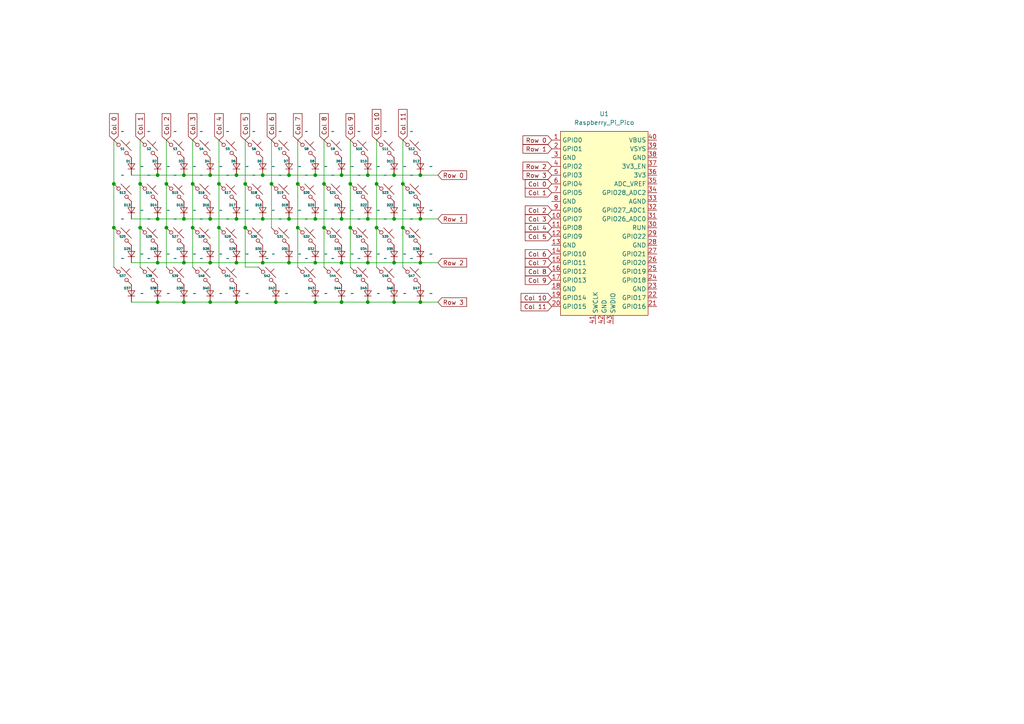
<source format=kicad_sch>
(kicad_sch (version 20250114) (generator "eeschema") (generator_version "9.0")
  (paper "A4")
  (lib_symbols
    (symbol "ScottoKeebs:MCU_Raspberry_Pi_Pico"
      (property "Reference" "U" (at 0 0 0))
      (property "Value" "Raspberry_Pi_Pico" (at 0 27.94 0))
      (symbol "MCU_Raspberry_Pi_Pico_0_1"
        (rectangle (start -12.7 26.67) (end 12.7 -26.67) (fill (type background)))
      )
      (symbol "MCU_Raspberry_Pi_Pico_1_1"
        (pin bidirectional line (at -15.24 24.13 0) (length 2.54) (name "GPIO0") (number "1"))
        (pin bidirectional line (at -15.24 21.59 0) (length 2.54) (name "GPIO1") (number "2"))
        (pin power_in line (at -15.24 19.05 0) (length 2.54) (name "GND") (number "3"))
        (pin bidirectional line (at -15.24 16.51 0) (length 2.54) (name "GPIO2") (number "4"))
        (pin bidirectional line (at -15.24 13.97 0) (length 2.54) (name "GPIO3") (number "5"))
        (pin bidirectional line (at -15.24 11.43 0) (length 2.54) (name "GPIO4") (number "6"))
        (pin bidirectional line (at -15.24 8.89 0) (length 2.54) (name "GPIO5") (number "7"))
        (pin power_in line (at -15.24 6.35 0) (length 2.54) (name "GND") (number "8"))
        (pin bidirectional line (at -15.24 3.81 0) (length 2.54) (name "GPIO6") (number "9"))
        (pin bidirectional line (at -15.24 1.27 0) (length 2.54) (name "GPIO7") (number "10"))
        (pin bidirectional line (at -15.24 -1.27 0) (length 2.54) (name "GPIO8") (number "11"))
        (pin bidirectional line (at -15.24 -3.81 0) (length 2.54) (name "GPIO9") (number "12"))
        (pin power_in line (at -15.24 -6.35 0) (length 2.54) (name "GND") (number "13"))
        (pin bidirectional line (at -15.24 -8.89 0) (length 2.54) (name "GPIO10") (number "14"))
        (pin bidirectional line (at -15.24 -11.43 0) (length 2.54) (name "GPIO11") (number "15"))
        (pin bidirectional line (at -15.24 -13.97 0) (length 2.54) (name "GPIO12") (number "16"))
        (pin bidirectional line (at -15.24 -16.51 0) (length 2.54) (name "GPIO13") (number "17"))
        (pin power_in line (at -15.24 -19.05 0) (length 2.54) (name "GND") (number "18"))
        (pin bidirectional line (at -15.24 -21.59 0) (length 2.54) (name "GPIO14") (number "19"))
        (pin bidirectional line (at -15.24 -24.13 0) (length 2.54) (name "GPIO15") (number "20"))
        (pin input line (at -2.54 -29.21 90) (length 2.54) (name "SWCLK") (number "41"))
        (pin power_in line (at 0 -29.21 90) (length 2.54) (name "GND") (number "42"))
        (pin bidirectional line (at 2.54 -29.21 90) (length 2.54) (name "SWDIO") (number "43"))
        (pin power_in line (at 15.24 24.13 180) (length 2.54) (name "VBUS") (number "40"))
        (pin power_in line (at 15.24 21.59 180) (length 2.54) (name "VSYS") (number "39"))
        (pin bidirectional line (at 15.24 19.05 180) (length 2.54) (name "GND") (number "38"))
        (pin input line (at 15.24 16.51 180) (length 2.54) (name "3V3_EN") (number "37"))
        (pin power_in line (at 15.24 13.97 180) (length 2.54) (name "3V3") (number "36"))
        (pin power_in line (at 15.24 11.43 180) (length 2.54) (name "ADC_VREF") (number "35"))
        (pin bidirectional line (at 15.24 8.89 180) (length 2.54) (name "GPIO28_ADC2") (number "34"))
        (pin power_in line (at 15.24 6.35 180) (length 2.54) (name "AGND") (number "33"))
        (pin bidirectional line (at 15.24 3.81 180) (length 2.54) (name "GPIO27_ADC1") (number "32"))
        (pin bidirectional line (at 15.24 1.27 180) (length 2.54) (name "GPIO26_ADC0") (number "31"))
        (pin input line (at 15.24 -1.27 180) (length 2.54) (name "RUN") (number "30"))
        (pin bidirectional line (at 15.24 -3.81 180) (length 2.54) (name "GPIO22") (number "29"))
        (pin power_in line (at 15.24 -6.35 180) (length 2.54) (name "GND") (number "28"))
        (pin bidirectional line (at 15.24 -8.89 180) (length 2.54) (name "GPIO21") (number "27"))
        (pin bidirectional line (at 15.24 -11.43 180) (length 2.54) (name "GPIO20") (number "26"))
        (pin bidirectional line (at 15.24 -13.97 180) (length 2.54) (name "GPIO19") (number "25"))
        (pin bidirectional line (at 15.24 -16.51 180) (length 2.54) (name "GPIO18") (number "24"))
        (pin power_in line (at 15.24 -19.05 180) (length 2.54) (name "GND") (number "23"))
        (pin bidirectional line (at 15.24 -21.59 180) (length 2.54) (name "GPIO17") (number "22"))
        (pin bidirectional line (at 15.24 -24.13 180) (length 2.54) (name "GPIO16") (number "21"))
      )
    )
    (symbol "ScottoKeebs:Placeholder_Diode" (pin_numbers (hide yes)) (pin_names (hide yes))
      (property "Reference" "D" (at -0.15 1.066 0))
      (symbol "Placeholder_Diode_0_1"
        (polyline (pts (xy 0 -0.762) (xy 0 0.762)))
      )
      (symbol "Placeholder_Diode_1_1"
        (polyline (pts (xy 1.016 0.762) (xy 0 -0.762) (xy -1.016 0.762) (xy 1.016 0.762)) (stroke (width 0.1524)))
        (polyline (pts (xy 1.016 -0.762) (xy -1.016 -0.762)) (stroke (width 0.1524)))
        (pin passive line (at 0 2.54 270) (length 1.778) (name "A") (number "2"))
        (pin passive line (at 0 -2.54 90) (length 1.778) (name "K") (number "1"))
      )
    )
    (symbol "ScottoKeebs:Placeholder_Keyswitch" (pin_numbers (hide yes)) (pin_names (offset 1.016) (hide yes))
      (property "Reference" "S" (at 0 0 0))
      (symbol "Placeholder_Keyswitch_0_1"
        (polyline (pts (xy -2.54 2.54) (xy -1.524 1.524) (xy -1.524 1.524)))
        (circle (center -1.1684 1.1684) (radius 0.508))
        (polyline (pts (xy -0.508 2.54) (xy 2.54 -0.508)))
        (polyline (pts (xy 1.016 1.016) (xy 2.032 2.032)))
        (circle (center 1.143 -1.1938) (radius 0.508))
        (polyline (pts (xy 1.524 -1.524) (xy 2.54 -2.54) (xy 2.54 -2.54) (xy 2.54 -2.54)))
        (pin passive line (at -2.54 2.54 0) (length 0) (name "1") (number "1"))
        (pin passive line (at 2.54 -2.54 180) (length 0) (name "2") (number "2"))
      )
    )
  )
  (junction (at 114.3 50.8))
  (junction (at 48.26 53.34))
  (junction (at 63.5 53.34))
  (junction (at 114.3 63.5))
  (junction (at 45.72 87.63))
  (junction (at 106.68 50.8))
  (junction (at 78.74 53.34))
  (junction (at 68.58 50.8))
  (junction (at 45.72 63.5))
  (junction (at 114.3 87.63))
  (junction (at 53.34 87.63))
  (junction (at 121.92 50.8))
  (junction (at 53.34 76.2))
  (junction (at 53.34 63.5))
  (junction (at 99.06 50.8))
  (junction (at 93.98 66.04))
  (junction (at 48.26 66.04))
  (junction (at 55.88 66.04))
  (junction (at 121.92 87.63))
  (junction (at 109.22 66.04))
  (junction (at 91.44 87.63))
  (junction (at 101.6 66.04))
  (junction (at 106.68 87.63))
  (junction (at 101.6 53.34))
  (junction (at 53.34 50.8))
  (junction (at 40.64 53.34))
  (junction (at 91.44 63.5))
  (junction (at 106.68 63.5))
  (junction (at 33.02 66.04))
  (junction (at 76.2 76.2))
  (junction (at 63.5 66.04))
  (junction (at 91.44 50.8))
  (junction (at 83.82 50.8))
  (junction (at 99.06 87.63))
  (junction (at 71.12 53.34))
  (junction (at 93.98 53.34))
  (junction (at 68.58 63.5))
  (junction (at 80.01 87.63))
  (junction (at 76.2 50.8))
  (junction (at 109.22 53.34))
  (junction (at 121.92 63.5))
  (junction (at 40.64 66.04))
  (junction (at 83.82 63.5))
  (junction (at 86.36 53.34))
  (junction (at 106.68 76.2))
  (junction (at 76.2 63.5))
  (junction (at 71.12 66.04))
  (junction (at 45.72 50.8))
  (junction (at 68.58 87.63))
  (junction (at 45.72 76.2))
  (junction (at 86.36 66.04))
  (junction (at 60.96 63.5))
  (junction (at 99.06 63.5))
  (junction (at 55.88 53.34))
  (junction (at 60.96 87.63))
  (junction (at 83.82 76.2))
  (junction (at 60.96 76.2))
  (junction (at 33.02 53.34))
  (junction (at 114.3 76.2))
  (junction (at 91.44 76.2))
  (junction (at 60.96 50.8))
  (junction (at 116.84 66.04))
  (junction (at 68.58 76.2))
  (junction (at 116.84 53.34))
  (junction (at 121.92 76.2))
  (junction (at 99.06 76.2))
  (wire (pts (xy 78.74 53.34) (xy 78.74 66.04)))
  (wire (pts (xy 99.06 76.2) (xy 106.68 76.2)))
  (wire (pts (xy 114.3 87.63) (xy 121.92 87.63)))
  (wire (pts (xy 86.36 53.34) (xy 86.36 66.04)))
  (wire (pts (xy 106.68 63.5) (xy 114.3 63.5)))
  (wire (pts (xy 86.36 40.64) (xy 86.36 53.34)))
  (wire (pts (xy 53.34 50.8) (xy 60.96 50.8)))
  (wire (pts (xy 93.98 66.04) (xy 93.98 77.47)))
  (wire (pts (xy 93.98 53.34) (xy 93.98 66.04)))
  (wire (pts (xy 53.34 87.63) (xy 60.96 87.63)))
  (wire (pts (xy 127 63.5) (xy 121.92 63.5)))
  (wire (pts (xy 71.12 53.34) (xy 71.12 66.04)))
  (wire (pts (xy 86.36 66.04) (xy 86.36 77.47)))
  (wire (pts (xy 106.68 76.2) (xy 114.3 76.2)))
  (wire (pts (xy 55.88 53.34) (xy 55.88 66.04)))
  (wire (pts (xy 63.5 66.04) (xy 63.5 77.47)))
  (wire (pts (xy 127 87.63) (xy 121.92 87.63)))
  (wire (pts (xy 76.2 63.5) (xy 83.82 63.5)))
  (wire (pts (xy 45.72 76.2) (xy 53.34 76.2)))
  (wire (pts (xy 71.12 40.64) (xy 71.12 53.34)))
  (wire (pts (xy 40.64 66.04) (xy 40.64 77.47)))
  (wire (pts (xy 48.26 53.34) (xy 48.26 66.04)))
  (wire (pts (xy 80.01 87.63) (xy 91.44 87.63)))
  (wire (pts (xy 91.44 63.5) (xy 99.06 63.5)))
  (wire (pts (xy 45.72 50.8) (xy 53.34 50.8)))
  (wire (pts (xy 109.22 66.04) (xy 109.22 77.47)))
  (wire (pts (xy 116.84 66.04) (xy 116.84 77.47)))
  (wire (pts (xy 68.58 63.5) (xy 76.2 63.5)))
  (wire (pts (xy 55.88 66.04) (xy 55.88 77.47)))
  (wire (pts (xy 53.34 76.2) (xy 60.96 76.2)))
  (wire (pts (xy 91.44 87.63) (xy 99.06 87.63)))
  (wire (pts (xy 106.68 87.63) (xy 114.3 87.63)))
  (wire (pts (xy 60.96 63.5) (xy 68.58 63.5)))
  (wire (pts (xy 33.02 40.64) (xy 33.02 53.34)))
  (wire (pts (xy 33.02 66.04) (xy 33.02 77.47)))
  (wire (pts (xy 78.74 40.64) (xy 78.74 53.34)))
  (wire (pts (xy 114.3 50.8) (xy 121.92 50.8)))
  (wire (pts (xy 116.84 53.34) (xy 116.84 66.04)))
  (wire (pts (xy 99.06 63.5) (xy 106.68 63.5)))
  (wire (pts (xy 48.26 66.04) (xy 48.26 77.47)))
  (wire (pts (xy 101.6 40.64) (xy 101.6 53.34)))
  (wire (pts (xy 40.64 40.64) (xy 40.64 53.34)))
  (wire (pts (xy 40.64 53.34) (xy 40.64 66.04)))
  (wire (pts (xy 116.84 40.64) (xy 116.84 53.34)))
  (wire (pts (xy 121.92 76.2) (xy 127 76.2)))
  (wire (pts (xy 38.1 87.63) (xy 45.72 87.63)))
  (wire (pts (xy 55.88 40.64) (xy 55.88 53.34)))
  (wire (pts (xy 38.1 63.5) (xy 45.72 63.5)))
  (wire (pts (xy 68.58 50.8) (xy 76.2 50.8)))
  (wire (pts (xy 91.44 76.2) (xy 99.06 76.2)))
  (wire (pts (xy 63.5 53.34) (xy 63.5 66.04)))
  (wire (pts (xy 83.82 63.5) (xy 91.44 63.5)))
  (wire (pts (xy 83.82 76.2) (xy 91.44 76.2)))
  (wire (pts (xy 60.96 50.8) (xy 68.58 50.8)))
  (wire (pts (xy 68.58 76.2) (xy 76.2 76.2)))
  (wire (pts (xy 45.72 87.63) (xy 53.34 87.63)))
  (wire (pts (xy 114.3 63.5) (xy 121.92 63.5)))
  (wire (pts (xy 38.1 76.2) (xy 45.72 76.2)))
  (wire (pts (xy 71.12 66.04) (xy 71.12 77.47)))
  (wire (pts (xy 91.44 50.8) (xy 99.06 50.8)))
  (wire (pts (xy 45.72 63.5) (xy 53.34 63.5)))
  (wire (pts (xy 68.58 87.63) (xy 80.01 87.63)))
  (wire (pts (xy 71.12 77.47) (xy 74.93 77.47)))
  (wire (pts (xy 114.3 76.2) (xy 121.92 76.2)))
  (wire (pts (xy 60.96 87.63) (xy 68.58 87.63)))
  (wire (pts (xy 76.2 50.8) (xy 83.82 50.8)))
  (wire (pts (xy 109.22 40.64) (xy 109.22 53.34)))
  (wire (pts (xy 38.1 50.8) (xy 45.72 50.8)))
  (wire (pts (xy 63.5 40.64) (xy 63.5 53.34)))
  (wire (pts (xy 83.82 50.8) (xy 91.44 50.8)))
  (wire (pts (xy 93.98 40.64) (xy 93.98 53.34)))
  (wire (pts (xy 99.06 50.8) (xy 106.68 50.8)))
  (wire (pts (xy 53.34 63.5) (xy 60.96 63.5)))
  (wire (pts (xy 60.96 76.2) (xy 68.58 76.2)))
  (wire (pts (xy 101.6 66.04) (xy 101.6 77.47)))
  (wire (pts (xy 48.26 40.64) (xy 48.26 53.34)))
  (wire (pts (xy 101.6 53.34) (xy 101.6 66.04)))
  (wire (pts (xy 76.2 76.2) (xy 83.82 76.2)))
  (wire (pts (xy 33.02 53.34) (xy 33.02 66.04)))
  (wire (pts (xy 99.06 87.63) (xy 106.68 87.63)))
  (wire (pts (xy 106.68 50.8) (xy 114.3 50.8)))
  (wire (pts (xy 121.92 50.8) (xy 127 50.8)))
  (wire (pts (xy 109.22 53.34) (xy 109.22 66.04)))
  (global_label "Row 2" (shape input) (at 160.02 48.26 180) (property "Intersheetrefs" "${INTERSHEET_REFS}" (effects (hide yes))))
  (global_label "Col 8" (shape input) (at 93.98 40.64 90) (property "Intersheetrefs" "${INTERSHEET_REFS}" (effects (hide yes))))
  (global_label "Row 2" (shape input) (at 127 76.2 0) (property "Intersheetrefs" "${INTERSHEET_REFS}" (effects (hide yes))))
  (global_label "Col 0" (shape input) (at 160.02 53.34 180) (property "Intersheetrefs" "${INTERSHEET_REFS}" (effects (hide yes))))
  (global_label "Col 4" (shape input) (at 160.02 66.04 180) (property "Intersheetrefs" "${INTERSHEET_REFS}" (effects (hide yes))))
  (global_label "Col 9" (shape input) (at 160.02 81.28 180) (property "Intersheetrefs" "${INTERSHEET_REFS}" (effects (hide yes))))
  (global_label "Col 3" (shape input) (at 55.88 40.64 90) (property "Intersheetrefs" "${INTERSHEET_REFS}" (effects (hide yes))))
  (global_label "Col 8" (shape input) (at 160.02 78.74 180) (property "Intersheetrefs" "${INTERSHEET_REFS}" (effects (hide yes))))
  (global_label "Row 3" (shape input) (at 160.02 50.8 180) (property "Intersheetrefs" "${INTERSHEET_REFS}" (effects (hide yes))))
  (global_label "Row 0" (shape input) (at 127 50.8 0) (property "Intersheetrefs" "${INTERSHEET_REFS}" (effects (hide yes))))
  (global_label "Col 2" (shape input) (at 48.26 40.64 90) (property "Intersheetrefs" "${INTERSHEET_REFS}" (effects (hide yes))))
  (global_label "Col 10" (shape input) (at 109.22 40.64 90) (property "Intersheetrefs" "${INTERSHEET_REFS}" (effects (hide yes))))
  (global_label "Row 3" (shape input) (at 127 87.63 0) (property "Intersheetrefs" "${INTERSHEET_REFS}" (effects (hide yes))))
  (global_label "Row 1" (shape input) (at 127 63.5 0) (property "Intersheetrefs" "${INTERSHEET_REFS}" (effects (hide yes))))
  (global_label "Col 10" (shape input) (at 160.02 86.36 180) (property "Intersheetrefs" "${INTERSHEET_REFS}" (effects (hide yes))))
  (global_label "Col 2" (shape input) (at 160.02 60.96 180) (property "Intersheetrefs" "${INTERSHEET_REFS}" (effects (hide yes))))
  (global_label "Col 6" (shape input) (at 160.02 73.66 180) (property "Intersheetrefs" "${INTERSHEET_REFS}" (effects (hide yes))))
  (global_label "Col 9" (shape input) (at 101.6 40.64 90) (property "Intersheetrefs" "${INTERSHEET_REFS}" (effects (hide yes))))
  (global_label "Col 5" (shape input) (at 160.02 68.58 180) (property "Intersheetrefs" "${INTERSHEET_REFS}" (effects (hide yes))))
  (global_label "Col 11" (shape input) (at 116.84 40.64 90) (property "Intersheetrefs" "${INTERSHEET_REFS}" (effects (hide yes))))
  (global_label "Col 1" (shape input) (at 40.64 40.64 90) (property "Intersheetrefs" "${INTERSHEET_REFS}" (effects (hide yes))))
  (global_label "Col 7" (shape input) (at 86.36 40.64 90) (property "Intersheetrefs" "${INTERSHEET_REFS}" (effects (hide yes))))
  (global_label "Col 0" (shape input) (at 33.02 40.64 90) (property "Intersheetrefs" "${INTERSHEET_REFS}" (effects (hide yes))))
  (global_label "Row 1" (shape input) (at 160.02 43.18 180) (property "Intersheetrefs" "${INTERSHEET_REFS}" (effects (hide yes))))
  (global_label "Col 4" (shape input) (at 63.5 40.64 90) (property "Intersheetrefs" "${INTERSHEET_REFS}" (effects (hide yes))))
  (global_label "Row 0" (shape input) (at 160.02 40.64 180) (property "Intersheetrefs" "${INTERSHEET_REFS}" (effects (hide yes))))
  (global_label "Col 1" (shape input) (at 160.02 55.88 180) (property "Intersheetrefs" "${INTERSHEET_REFS}" (effects (hide yes))))
  (global_label "Col 11" (shape input) (at 160.02 88.9 180) (property "Intersheetrefs" "${INTERSHEET_REFS}" (effects (hide yes))))
  (global_label "Col 3" (shape input) (at 160.02 63.5 180) (property "Intersheetrefs" "${INTERSHEET_REFS}" (effects (hide yes))))
  (global_label "Col 6" (shape input) (at 78.74 40.64 90) (property "Intersheetrefs" "${INTERSHEET_REFS}" (effects (hide yes))))
  (global_label "Col 7" (shape input) (at 160.02 76.2 180) (property "Intersheetrefs" "${INTERSHEET_REFS}" (effects (hide yes))))
  (global_label "Col 5" (shape input) (at 71.12 40.64 90) (property "Intersheetrefs" "${INTERSHEET_REFS}" (effects (hide yes))))
  (symbol (lib_id "ScottoKeebs:Placeholder_Keyswitch") (at 35.56 55.88 0) (unit 1)
    (property "Reference" "S13" (at 35.56 55.88 0) (effects (font (size 0.635 0.635) (thickness 0.127) (bold yes))))
    (property "Value" "~" (at 35.56 50.8 0))
    (property "Footprint" "ScottoKeebs_MX:MX_PCB_1.00u" (effects (hide yes)))
  )
  (symbol (lib_id "ScottoKeebs:Placeholder_Diode") (at 83.82 73.66 0) (unit 1)
    (property "Reference" "D31" (at 83.67 72.594 0) (effects (font (size 0.635 0.635) (thickness 0.127) (bold yes)) (justify right bottom)))
    (property "Value" "~" (at 86.36 73.6599 0) (effects (justify left)))
    (property "Footprint" "ScottoKeebs_Components:Diode_SOD-123" (effects (hide yes)))
  )
  (symbol (lib_id "ScottoKeebs:Placeholder_Keyswitch") (at 58.42 80.01 0) (unit 1)
    (property "Reference" "S40" (at 58.42 80.01 0) (effects (font (size 0.635 0.635) (thickness 0.127) (bold yes))))
    (property "Value" "~" (at 58.42 74.93 0))
    (property "Footprint" "ScottoKeebs_MX:MX_PCB_1.00u" (effects (hide yes)))
  )
  (symbol (lib_id "ScottoKeebs:Placeholder_Keyswitch") (at 104.14 68.58 0) (unit 1)
    (property "Reference" "S34" (at 104.14 68.58 0) (effects (font (size 0.635 0.635) (thickness 0.127) (bold yes))))
    (property "Value" "~" (at 104.14 63.5 0))
    (property "Footprint" "ScottoKeebs_MX:MX_PCB_1.00u" (effects (hide yes)))
  )
  (symbol (lib_id "ScottoKeebs:Placeholder_Keyswitch") (at 43.18 55.88 0) (unit 1)
    (property "Reference" "S14" (at 43.18 55.88 0) (effects (font (size 0.635 0.635) (thickness 0.127) (bold yes))))
    (property "Value" "~" (at 43.18 50.8 0))
    (property "Footprint" "ScottoKeebs_MX:MX_PCB_1.00u" (effects (hide yes)))
  )
  (symbol (lib_id "ScottoKeebs:Placeholder_Keyswitch") (at 96.52 55.88 0) (unit 1)
    (property "Reference" "S21" (at 96.52 55.88 0) (effects (font (size 0.635 0.635) (thickness 0.127) (bold yes))))
    (property "Value" "~" (at 96.52 50.8 0))
    (property "Footprint" "ScottoKeebs_MX:MX_PCB_1.00u" (effects (hide yes)))
  )
  (symbol (lib_id "ScottoKeebs:Placeholder_Diode") (at 60.96 60.96 0) (unit 1)
    (property "Reference" "D16" (at 60.81 59.894 0) (effects (font (size 0.635 0.635) (thickness 0.127) (bold yes)) (justify right bottom)))
    (property "Value" "~" (at 63.5 60.9599 0) (effects (justify left)))
    (property "Footprint" "ScottoKeebs_Components:Diode_SOD-123" (effects (hide yes)))
  )
  (symbol (lib_id "ScottoKeebs:Placeholder_Diode") (at 68.58 60.96 0) (unit 1)
    (property "Reference" "D17" (at 68.43 59.894 0) (effects (font (size 0.635 0.635) (thickness 0.127) (bold yes)) (justify right bottom)))
    (property "Value" "~" (at 71.12 60.9599 0) (effects (justify left)))
    (property "Footprint" "ScottoKeebs_Components:Diode_SOD-123" (effects (hide yes)))
  )
  (symbol (lib_id "ScottoKeebs:Placeholder_Diode") (at 121.92 60.96 0) (unit 1)
    (property "Reference" "D24" (at 121.77 59.894 0) (effects (font (size 0.635 0.635) (thickness 0.127) (bold yes)) (justify right bottom)))
    (property "Value" "~" (at 124.46 60.9599 0) (effects (justify left)))
    (property "Footprint" "ScottoKeebs_Components:Diode_SOD-123" (effects (hide yes)))
  )
  (symbol (lib_id "ScottoKeebs:Placeholder_Keyswitch") (at 66.04 68.58 0) (unit 1)
    (property "Reference" "S29" (at 66.04 68.58 0) (effects (font (size 0.635 0.635) (thickness 0.127) (bold yes))))
    (property "Value" "~" (at 66.04 63.5 0))
    (property "Footprint" "ScottoKeebs_MX:MX_PCB_1.00u" (effects (hide yes)))
  )
  (symbol (lib_id "ScottoKeebs:Placeholder_Diode") (at 83.82 48.26 0) (unit 1)
    (property "Reference" "D7" (at 83.67 47.194 0) (effects (font (size 0.635 0.635) (thickness 0.127) (bold yes)) (justify right bottom)))
    (property "Value" "~" (at 86.36 48.2599 0) (effects (justify left)))
    (property "Footprint" "ScottoKeebs_Components:Diode_SOD-123" (effects (hide yes)))
  )
  (symbol (lib_id "ScottoKeebs:Placeholder_Keyswitch") (at 73.66 68.58 0) (unit 1)
    (property "Reference" "S30" (at 73.66 68.58 0) (effects (font (size 0.635 0.635) (thickness 0.127) (bold yes))))
    (property "Value" "~" (at 73.66 63.5 0))
    (property "Footprint" "ScottoKeebs_MX:MX_PCB_1.00u" (effects (hide yes)))
  )
  (symbol (lib_id "ScottoKeebs:Placeholder_Diode") (at 38.1 60.96 0) (unit 1)
    (property "Reference" "D13" (at 37.95 59.894 0) (effects (font (size 0.635 0.635) (thickness 0.127) (bold yes)) (justify right bottom)))
    (property "Value" "~" (at 40.64 60.9599 0) (effects (justify left)))
    (property "Footprint" "ScottoKeebs_Components:Diode_SOD-123" (effects (hide yes)))
  )
  (symbol (lib_id "ScottoKeebs:Placeholder_Keyswitch") (at 104.14 43.18 0) (unit 1)
    (property "Reference" "S10" (at 104.14 43.18 0) (effects (font (size 0.635 0.635) (thickness 0.127) (bold yes))))
    (property "Value" "~" (at 104.14 38.1 0))
    (property "Footprint" "ScottoKeebs_MX:MX_PCB_1.00u" (effects (hide yes)))
  )
  (symbol (lib_id "ScottoKeebs:Placeholder_Diode") (at 114.3 60.96 0) (unit 1)
    (property "Reference" "D23" (at 114.15 59.894 0) (effects (font (size 0.635 0.635) (thickness 0.127) (bold yes)) (justify right bottom)))
    (property "Value" "~" (at 116.84 60.9599 0) (effects (justify left)))
    (property "Footprint" "ScottoKeebs_Components:Diode_SOD-123" (effects (hide yes)))
  )
  (symbol (lib_id "ScottoKeebs:Placeholder_Diode") (at 99.06 48.26 0) (unit 1)
    (property "Reference" "D9" (at 98.91 47.194 0) (effects (font (size 0.635 0.635) (thickness 0.127) (bold yes)) (justify right bottom)))
    (property "Value" "~" (at 101.6 48.2599 0) (effects (justify left)))
    (property "Footprint" "ScottoKeebs_Components:Diode_SOD-123" (effects (hide yes)))
  )
  (symbol (lib_id "ScottoKeebs:Placeholder_Diode") (at 76.2 48.26 0) (unit 1)
    (property "Reference" "D6" (at 76.05 47.194 0) (effects (font (size 0.635 0.635) (thickness 0.127) (bold yes)) (justify right bottom)))
    (property "Value" "~" (at 78.74 48.2599 0) (effects (justify left)))
    (property "Footprint" "ScottoKeebs_Components:Diode_SOD-123" (effects (hide yes)))
  )
  (symbol (lib_id "ScottoKeebs:Placeholder_Diode") (at 106.68 73.66 0) (unit 1)
    (property "Reference" "D34" (at 106.53 72.594 0) (effects (font (size 0.635 0.635) (thickness 0.127) (bold yes)) (justify right bottom)))
    (property "Value" "~" (at 109.22 73.6599 0) (effects (justify left)))
    (property "Footprint" "ScottoKeebs_Components:Diode_SOD-123" (effects (hide yes)))
  )
  (symbol (lib_id "ScottoKeebs:Placeholder_Keyswitch") (at 88.9 68.58 0) (unit 1)
    (property "Reference" "S32" (at 88.9 68.58 0) (effects (font (size 0.635 0.635) (thickness 0.127) (bold yes))))
    (property "Value" "~" (at 88.9 63.5 0))
    (property "Footprint" "ScottoKeebs_MX:MX_PCB_1.00u" (effects (hide yes)))
  )
  (symbol (lib_id "ScottoKeebs:Placeholder_Diode") (at 76.2 60.96 0) (unit 1)
    (property "Reference" "D18" (at 76.05 59.894 0) (effects (font (size 0.635 0.635) (thickness 0.127) (bold yes)) (justify right bottom)))
    (property "Value" "~" (at 78.74 60.9599 0) (effects (justify left)))
    (property "Footprint" "ScottoKeebs_Components:Diode_SOD-123" (effects (hide yes)))
  )
  (symbol (lib_id "ScottoKeebs:Placeholder_Keyswitch") (at 119.38 80.01 0) (unit 1)
    (property "Reference" "S47" (at 119.38 80.01 0) (effects (font (size 0.635 0.635) (thickness 0.127) (bold yes))))
    (property "Value" "~" (at 119.38 74.93 0))
    (property "Footprint" "ScottoKeebs_MX:MX_PCB_1.00u" (effects (hide yes)))
  )
  (symbol (lib_id "ScottoKeebs:Placeholder_Diode") (at 53.34 48.26 0) (unit 1)
    (property "Reference" "D3" (at 53.19 47.194 0) (effects (font (size 0.635 0.635) (thickness 0.127) (bold yes)) (justify right bottom)))
    (property "Value" "~" (at 55.88 48.2599 0) (effects (justify left)))
    (property "Footprint" "ScottoKeebs_Components:Diode_SOD-123" (effects (hide yes)))
  )
  (symbol (lib_id "ScottoKeebs:Placeholder_Diode") (at 60.96 73.66 0) (unit 1)
    (property "Reference" "D28" (at 60.81 72.594 0) (effects (font (size 0.635 0.635) (thickness 0.127) (bold yes)) (justify right bottom)))
    (property "Value" "~" (at 63.5 73.6599 0) (effects (justify left)))
    (property "Footprint" "ScottoKeebs_Components:Diode_SOD-123" (effects (hide yes)))
  )
  (symbol (lib_id "ScottoKeebs:Placeholder_Keyswitch") (at 81.28 55.88 0) (unit 1)
    (property "Reference" "S19" (at 81.28 55.88 0) (effects (font (size 0.635 0.635) (thickness 0.127) (bold yes))))
    (property "Value" "~" (at 81.28 50.8 0))
    (property "Footprint" "ScottoKeebs_MX:MX_PCB_1.00u" (effects (hide yes)))
  )
  (symbol (lib_id "ScottoKeebs:Placeholder_Keyswitch") (at 104.14 55.88 0) (unit 1)
    (property "Reference" "S22" (at 104.14 55.88 0) (effects (font (size 0.635 0.635) (thickness 0.127) (bold yes))))
    (property "Value" "~" (at 104.14 50.8 0))
    (property "Footprint" "ScottoKeebs_MX:MX_PCB_1.00u" (effects (hide yes)))
  )
  (symbol (lib_id "ScottoKeebs:Placeholder_Keyswitch") (at 111.76 68.58 0) (unit 1)
    (property "Reference" "S35" (at 111.76 68.58 0) (effects (font (size 0.635 0.635) (thickness 0.127) (bold yes))))
    (property "Value" "~" (at 111.76 63.5 0))
    (property "Footprint" "ScottoKeebs_MX:MX_PCB_1.00u" (effects (hide yes)))
  )
  (symbol (lib_id "ScottoKeebs:Placeholder_Diode") (at 83.82 60.96 0) (unit 1)
    (property "Reference" "D19" (at 83.67 59.894 0) (effects (font (size 0.635 0.635) (thickness 0.127) (bold yes)) (justify right bottom)))
    (property "Value" "~" (at 86.36 60.9599 0) (effects (justify left)))
    (property "Footprint" "ScottoKeebs_Components:Diode_SOD-123" (effects (hide yes)))
  )
  (symbol (lib_id "ScottoKeebs:Placeholder_Diode") (at 99.06 85.09 0) (unit 1)
    (property "Reference" "D44" (at 98.91 84.024 0) (effects (font (size 0.635 0.635) (thickness 0.127) (bold yes)) (justify right bottom)))
    (property "Value" "~" (at 101.6 85.0899 0) (effects (justify left)))
    (property "Footprint" "ScottoKeebs_Components:Diode_SOD-123" (effects (hide yes)))
  )
  (symbol (lib_id "ScottoKeebs:Placeholder_Diode") (at 53.34 85.09 0) (unit 1)
    (property "Reference" "D39" (at 53.19 84.024 0) (effects (font (size 0.635 0.635) (thickness 0.127) (bold yes)) (justify right bottom)))
    (property "Value" "~" (at 55.88 85.0899 0) (effects (justify left)))
    (property "Footprint" "ScottoKeebs_Components:Diode_SOD-123" (effects (hide yes)))
  )
  (symbol (lib_id "ScottoKeebs:Placeholder_Diode") (at 38.1 48.26 0) (unit 1)
    (property "Reference" "D1" (at 37.95 47.194 0) (effects (font (size 0.635 0.635) (thickness 0.127) (bold yes)) (justify right bottom)))
    (property "Value" "~" (at 40.64 48.2599 0) (effects (justify left)))
    (property "Footprint" "ScottoKeebs_Components:Diode_SOD-123" (effects (hide yes)))
  )
  (symbol (lib_id "ScottoKeebs:Placeholder_Diode") (at 91.44 60.96 0) (unit 1)
    (property "Reference" "D20" (at 91.29 59.894 0) (effects (font (size 0.635 0.635) (thickness 0.127) (bold yes)) (justify right bottom)))
    (property "Value" "~" (at 93.98 60.9599 0) (effects (justify left)))
    (property "Footprint" "ScottoKeebs_Components:Diode_SOD-123" (effects (hide yes)))
  )
  (symbol (lib_id "ScottoKeebs:Placeholder_Diode") (at 60.96 85.09 0) (unit 1)
    (property "Reference" "D40" (at 60.81 84.024 0) (effects (font (size 0.635 0.635) (thickness 0.127) (bold yes)) (justify right bottom)))
    (property "Value" "~" (at 63.5 85.0899 0) (effects (justify left)))
    (property "Footprint" "ScottoKeebs_Components:Diode_SOD-123" (effects (hide yes)))
  )
  (symbol (lib_id "ScottoKeebs:Placeholder_Keyswitch") (at 43.18 43.18 0) (unit 1)
    (property "Reference" "S2" (at 43.18 43.18 0) (effects (font (size 0.635 0.635) (thickness 0.127) (bold yes))))
    (property "Value" "~" (at 43.18 38.1 0))
    (property "Footprint" "ScottoKeebs_MX:MX_PCB_1.00u" (effects (hide yes)))
  )
  (symbol (lib_id "ScottoKeebs:Placeholder_Diode") (at 68.58 48.26 0) (unit 1)
    (property "Reference" "D5" (at 68.43 47.194 0) (effects (font (size 0.635 0.635) (thickness 0.127) (bold yes)) (justify right bottom)))
    (property "Value" "~" (at 71.12 48.2599 0) (effects (justify left)))
    (property "Footprint" "ScottoKeebs_Components:Diode_SOD-123" (effects (hide yes)))
  )
  (symbol (lib_id "ScottoKeebs:Placeholder_Keyswitch") (at 50.8 80.01 0) (unit 1)
    (property "Reference" "S39" (at 50.8 80.01 0) (effects (font (size 0.635 0.635) (thickness 0.127) (bold yes))))
    (property "Value" "~" (at 50.8 74.93 0))
    (property "Footprint" "ScottoKeebs_MX:MX_PCB_1.00u" (effects (hide yes)))
  )
  (symbol (lib_id "ScottoKeebs:Placeholder_Diode") (at 45.72 48.26 0) (unit 1)
    (property "Reference" "D2" (at 45.57 47.194 0) (effects (font (size 0.635 0.635) (thickness 0.127) (bold yes)) (justify right bottom)))
    (property "Value" "~" (at 48.26 48.2599 0) (effects (justify left)))
    (property "Footprint" "ScottoKeebs_Components:Diode_SOD-123" (effects (hide yes)))
  )
  (symbol (lib_id "ScottoKeebs:Placeholder_Keyswitch") (at 77.47 80.01 0) (unit 1)
    (property "Reference" "S42" (at 77.47 80.01 0) (effects (font (size 0.635 0.635) (thickness 0.127) (bold yes))))
    (property "Value" "~" (at 77.47 74.93 0))
    (property "Footprint" "ScottoKeebs_MX:MX_PCB_2.00u" (effects (hide yes)))
  )
  (symbol (lib_id "ScottoKeebs:Placeholder_Diode") (at 114.3 73.66 0) (unit 1)
    (property "Reference" "D35" (at 114.15 72.594 0) (effects (font (size 0.635 0.635) (thickness 0.127) (bold yes)) (justify right bottom)))
    (property "Value" "~" (at 116.84 73.6599 0) (effects (justify left)))
    (property "Footprint" "ScottoKeebs_Components:Diode_SOD-123" (effects (hide yes)))
  )
  (symbol (lib_id "ScottoKeebs:Placeholder_Keyswitch") (at 119.38 55.88 0) (unit 1)
    (property "Reference" "S24" (at 119.38 55.88 0) (effects (font (size 0.635 0.635) (thickness 0.127) (bold yes))))
    (property "Value" "~" (at 119.38 50.8 0))
    (property "Footprint" "ScottoKeebs_MX:MX_PCB_1.00u" (effects (hide yes)))
  )
  (symbol (lib_id "ScottoKeebs:Placeholder_Keyswitch") (at 104.14 80.01 0) (unit 1)
    (property "Reference" "S45" (at 104.14 80.01 0) (effects (font (size 0.635 0.635) (thickness 0.127) (bold yes))))
    (property "Value" "~" (at 104.14 74.93 0))
    (property "Footprint" "ScottoKeebs_MX:MX_PCB_1.00u" (effects (hide yes)))
  )
  (symbol (lib_id "ScottoKeebs:Placeholder_Keyswitch") (at 119.38 43.18 0) (unit 1)
    (property "Reference" "S12" (at 119.38 43.18 0) (effects (font (size 0.635 0.635) (thickness 0.127) (bold yes))))
    (property "Value" "~" (at 119.38 38.1 0))
    (property "Footprint" "ScottoKeebs_MX:MX_PCB_1.00u" (effects (hide yes)))
  )
  (symbol (lib_id "ScottoKeebs:Placeholder_Keyswitch") (at 73.66 55.88 0) (unit 1)
    (property "Reference" "S18" (at 73.66 55.88 0) (effects (font (size 0.635 0.635) (thickness 0.127) (bold yes))))
    (property "Value" "~" (at 73.66 50.8 0))
    (property "Footprint" "ScottoKeebs_MX:MX_PCB_1.00u" (effects (hide yes)))
  )
  (symbol (lib_id "ScottoKeebs:Placeholder_Keyswitch") (at 96.52 68.58 0) (unit 1)
    (property "Reference" "S33" (at 96.52 68.58 0) (effects (font (size 0.635 0.635) (thickness 0.127) (bold yes))))
    (property "Value" "~" (at 96.52 63.5 0))
    (property "Footprint" "ScottoKeebs_MX:MX_PCB_1.00u" (effects (hide yes)))
  )
  (symbol (lib_id "ScottoKeebs:Placeholder_Diode") (at 99.06 73.66 0) (unit 1)
    (property "Reference" "D33" (at 98.91 72.594 0) (effects (font (size 0.635 0.635) (thickness 0.127) (bold yes)) (justify right bottom)))
    (property "Value" "~" (at 101.6 73.6599 0) (effects (justify left)))
    (property "Footprint" "ScottoKeebs_Components:Diode_SOD-123" (effects (hide yes)))
  )
  (symbol (lib_id "ScottoKeebs:Placeholder_Keyswitch") (at 58.42 55.88 0) (unit 1)
    (property "Reference" "S16" (at 58.42 55.88 0) (effects (font (size 0.635 0.635) (thickness 0.127) (bold yes))))
    (property "Value" "~" (at 58.42 50.8 0))
    (property "Footprint" "ScottoKeebs_MX:MX_PCB_1.00u" (effects (hide yes)))
  )
  (symbol (lib_id "ScottoKeebs:Placeholder_Keyswitch") (at 88.9 80.01 0) (unit 1)
    (property "Reference" "S43" (at 88.9 80.01 0) (effects (font (size 0.635 0.635) (thickness 0.127) (bold yes))))
    (property "Value" "~" (at 88.9 74.93 0))
    (property "Footprint" "ScottoKeebs_MX:MX_PCB_1.00u" (effects (hide yes)))
  )
  (symbol (lib_id "ScottoKeebs:MCU_Raspberry_Pi_Pico") (at 175.26 64.77 0) (unit 1)
    (property "Reference" "U1" (at 175.26 33.02 0))
    (property "Value" "Raspberry_Pi_Pico" (at 175.26 35.56 0))
    (property "Footprint" "ScottoKeebs_MCU:Raspberry_Pi_Pico" (effects (hide yes)))
  )
  (symbol (lib_id "ScottoKeebs:Placeholder_Keyswitch") (at 96.52 43.18 0) (unit 1)
    (property "Reference" "S9" (at 96.52 43.18 0) (effects (font (size 0.635 0.635) (thickness 0.127) (bold yes))))
    (property "Value" "~" (at 96.52 38.1 0))
    (property "Footprint" "ScottoKeebs_MX:MX_PCB_1.00u" (effects (hide yes)))
  )
  (symbol (lib_id "ScottoKeebs:Placeholder_Keyswitch") (at 88.9 43.18 0) (unit 1)
    (property "Reference" "S8" (at 88.9 43.18 0) (effects (font (size 0.635 0.635) (thickness 0.127) (bold yes))))
    (property "Value" "~" (at 88.9 38.1 0))
    (property "Footprint" "ScottoKeebs_MX:MX_PCB_1.00u" (effects (hide yes)))
  )
  (symbol (lib_id "ScottoKeebs:Placeholder_Diode") (at 38.1 73.66 0) (unit 1)
    (property "Reference" "D25" (at 37.95 72.594 0) (effects (font (size 0.635 0.635) (thickness 0.127) (bold yes)) (justify right bottom)))
    (property "Value" "~" (at 40.64 73.6599 0) (effects (justify left)))
    (property "Footprint" "ScottoKeebs_Components:Diode_SOD-123" (effects (hide yes)))
  )
  (symbol (lib_id "ScottoKeebs:Placeholder_Keyswitch") (at 111.76 55.88 0) (unit 1)
    (property "Reference" "S23" (at 111.76 55.88 0) (effects (font (size 0.635 0.635) (thickness 0.127) (bold yes))))
    (property "Value" "~" (at 111.76 50.8 0))
    (property "Footprint" "ScottoKeebs_MX:MX_PCB_1.00u" (effects (hide yes)))
  )
  (symbol (lib_id "ScottoKeebs:Placeholder_Diode") (at 68.58 73.66 0) (unit 1)
    (property "Reference" "D29" (at 68.43 72.594 0) (effects (font (size 0.635 0.635) (thickness 0.127) (bold yes)) (justify right bottom)))
    (property "Value" "~" (at 71.12 73.6599 0) (effects (justify left)))
    (property "Footprint" "ScottoKeebs_Components:Diode_SOD-123" (effects (hide yes)))
  )
  (symbol (lib_id "ScottoKeebs:Placeholder_Diode") (at 68.58 85.09 0) (unit 1)
    (property "Reference" "D41" (at 68.43 84.024 0) (effects (font (size 0.635 0.635) (thickness 0.127) (bold yes)) (justify right bottom)))
    (property "Value" "~" (at 71.12 85.0899 0) (effects (justify left)))
    (property "Footprint" "ScottoKeebs_Components:Diode_SOD-123" (effects (hide yes)))
  )
  (symbol (lib_id "ScottoKeebs:Placeholder_Keyswitch") (at 81.28 68.58 0) (unit 1)
    (property "Reference" "S31" (at 81.28 68.58 0) (effects (font (size 0.635 0.635) (thickness 0.127) (bold yes))))
    (property "Value" "~" (at 81.28 63.5 0))
    (property "Footprint" "ScottoKeebs_MX:MX_PCB_1.00u" (effects (hide yes)))
  )
  (symbol (lib_id "ScottoKeebs:Placeholder_Keyswitch") (at 96.52 80.01 0) (unit 1)
    (property "Reference" "S44" (at 96.52 80.01 0) (effects (font (size 0.635 0.635) (thickness 0.127) (bold yes))))
    (property "Value" "~" (at 96.52 74.93 0))
    (property "Footprint" "ScottoKeebs_MX:MX_PCB_1.00u" (effects (hide yes)))
  )
  (symbol (lib_id "ScottoKeebs:Placeholder_Keyswitch") (at 66.04 43.18 0) (unit 1)
    (property "Reference" "S5" (at 66.04 43.18 0) (effects (font (size 0.635 0.635) (thickness 0.127) (bold yes))))
    (property "Value" "~" (at 66.04 38.1 0))
    (property "Footprint" "ScottoKeebs_MX:MX_PCB_1.00u" (effects (hide yes)))
  )
  (symbol (lib_id "ScottoKeebs:Placeholder_Diode") (at 38.1 85.09 0) (unit 1)
    (property "Reference" "D37" (at 37.95 84.024 0) (effects (font (size 0.635 0.635) (thickness 0.127) (bold yes)) (justify right bottom)))
    (property "Value" "~" (at 40.64 85.0899 0) (effects (justify left)))
    (property "Footprint" "ScottoKeebs_Components:Diode_SOD-123" (effects (hide yes)))
  )
  (symbol (lib_id "ScottoKeebs:Placeholder_Keyswitch") (at 43.18 68.58 0) (unit 1)
    (property "Reference" "S26" (at 43.18 68.58 0) (effects (font (size 0.635 0.635) (thickness 0.127) (bold yes))))
    (property "Value" "~" (at 43.18 63.5 0))
    (property "Footprint" "ScottoKeebs_MX:MX_PCB_1.00u" (effects (hide yes)))
  )
  (symbol (lib_id "ScottoKeebs:Placeholder_Keyswitch") (at 81.28 43.18 0) (unit 1)
    (property "Reference" "S7" (at 81.28 43.18 0) (effects (font (size 0.635 0.635) (thickness 0.127) (bold yes))))
    (property "Value" "~" (at 81.28 38.1 0))
    (property "Footprint" "ScottoKeebs_MX:MX_PCB_1.00u" (effects (hide yes)))
  )
  (symbol (lib_id "ScottoKeebs:Placeholder_Keyswitch") (at 88.9 55.88 0) (unit 1)
    (property "Reference" "S20" (at 88.9 55.88 0) (effects (font (size 0.635 0.635) (thickness 0.127) (bold yes))))
    (property "Value" "~" (at 88.9 50.8 0))
    (property "Footprint" "ScottoKeebs_MX:MX_PCB_1.00u" (effects (hide yes)))
  )
  (symbol (lib_id "ScottoKeebs:Placeholder_Diode") (at 121.92 73.66 0) (unit 1)
    (property "Reference" "D36" (at 121.77 72.594 0) (effects (font (size 0.635 0.635) (thickness 0.127) (bold yes)) (justify right bottom)))
    (property "Value" "~" (at 124.46 73.6599 0) (effects (justify left)))
    (property "Footprint" "ScottoKeebs_Components:Diode_SOD-123" (effects (hide yes)))
  )
  (symbol (lib_id "ScottoKeebs:Placeholder_Keyswitch") (at 66.04 80.01 0) (unit 1)
    (property "Reference" "S41" (at 66.04 80.01 0) (effects (font (size 0.635 0.635) (thickness 0.127) (bold yes))))
    (property "Value" "~" (at 66.04 74.93 0))
    (property "Footprint" "ScottoKeebs_MX:MX_PCB_1.00u" (effects (hide yes)))
  )
  (symbol (lib_id "ScottoKeebs:Placeholder_Diode") (at 53.34 73.66 0) (unit 1)
    (property "Reference" "D27" (at 53.19 72.594 0) (effects (font (size 0.635 0.635) (thickness 0.127) (bold yes)) (justify right bottom)))
    (property "Value" "~" (at 55.88 73.6599 0) (effects (justify left)))
    (property "Footprint" "ScottoKeebs_Components:Diode_SOD-123" (effects (hide yes)))
  )
  (symbol (lib_id "ScottoKeebs:Placeholder_Keyswitch") (at 111.76 43.18 0) (unit 1)
    (property "Reference" "S11" (at 111.76 43.18 0) (effects (font (size 0.635 0.635) (thickness 0.127) (bold yes))))
    (property "Value" "~" (at 111.76 38.1 0))
    (property "Footprint" "ScottoKeebs_MX:MX_PCB_1.00u" (effects (hide yes)))
  )
  (symbol (lib_id "ScottoKeebs:Placeholder_Diode") (at 45.72 85.09 0) (unit 1)
    (property "Reference" "D38" (at 45.57 84.024 0) (effects (font (size 0.635 0.635) (thickness 0.127) (bold yes)) (justify right bottom)))
    (property "Value" "~" (at 48.26 85.0899 0) (effects (justify left)))
    (property "Footprint" "ScottoKeebs_Components:Diode_SOD-123" (effects (hide yes)))
  )
  (symbol (lib_id "ScottoKeebs:Placeholder_Keyswitch") (at 35.56 68.58 0) (unit 1)
    (property "Reference" "S25" (at 35.56 68.58 0) (effects (font (size 0.635 0.635) (thickness 0.127) (bold yes))))
    (property "Value" "~" (at 35.56 63.5 0))
    (property "Footprint" "ScottoKeebs_MX:MX_PCB_1.00u" (effects (hide yes)))
  )
  (symbol (lib_id "ScottoKeebs:Placeholder_Diode") (at 45.72 60.96 0) (unit 1)
    (property "Reference" "D14" (at 45.57 59.894 0) (effects (font (size 0.635 0.635) (thickness 0.127) (bold yes)) (justify right bottom)))
    (property "Value" "~" (at 48.26 60.9599 0) (effects (justify left)))
    (property "Footprint" "ScottoKeebs_Components:Diode_SOD-123" (effects (hide yes)))
  )
  (symbol (lib_id "ScottoKeebs:Placeholder_Diode") (at 121.92 85.09 0) (unit 1)
    (property "Reference" "D47" (at 121.77 84.024 0) (effects (font (size 0.635 0.635) (thickness 0.127) (bold yes)) (justify right bottom)))
    (property "Value" "~" (at 124.46 85.0899 0) (effects (justify left)))
    (property "Footprint" "ScottoKeebs_Components:Diode_SOD-123" (effects (hide yes)))
  )
  (symbol (lib_id "ScottoKeebs:Placeholder_Keyswitch") (at 58.42 43.18 0) (unit 1)
    (property "Reference" "S4" (at 58.42 43.18 0) (effects (font (size 0.635 0.635) (thickness 0.127) (bold yes))))
    (property "Value" "~" (at 58.42 38.1 0))
    (property "Footprint" "ScottoKeebs_MX:MX_PCB_1.00u" (effects (hide yes)))
  )
  (symbol (lib_id "ScottoKeebs:Placeholder_Diode") (at 80.01 85.09 0) (unit 1)
    (property "Reference" "D42" (at 79.86 84.024 0) (effects (font (size 0.635 0.635) (thickness 0.127) (bold yes)) (justify right bottom)))
    (property "Value" "~" (at 82.55 85.0899 0) (effects (justify left)))
    (property "Footprint" "ScottoKeebs_Components:Diode_SOD-123" (effects (hide yes)))
  )
  (symbol (lib_id "ScottoKeebs:Placeholder_Keyswitch") (at 58.42 68.58 0) (unit 1)
    (property "Reference" "S28" (at 58.42 68.58 0) (effects (font (size 0.635 0.635) (thickness 0.127) (bold yes))))
    (property "Value" "~" (at 58.42 63.5 0))
    (property "Footprint" "ScottoKeebs_MX:MX_PCB_1.00u" (effects (hide yes)))
  )
  (symbol (lib_id "ScottoKeebs:Placeholder_Diode") (at 106.68 60.96 0) (unit 1)
    (property "Reference" "D22" (at 106.53 59.894 0) (effects (font (size 0.635 0.635) (thickness 0.127) (bold yes)) (justify right bottom)))
    (property "Value" "~" (at 109.22 60.9599 0) (effects (justify left)))
    (property "Footprint" "ScottoKeebs_Components:Diode_SOD-123" (effects (hide yes)))
  )
  (symbol (lib_id "ScottoKeebs:Placeholder_Diode") (at 106.68 48.26 0) (unit 1)
    (property "Reference" "D10" (at 106.53 47.194 0) (effects (font (size 0.635 0.635) (thickness 0.127) (bold yes)) (justify right bottom)))
    (property "Value" "~" (at 109.22 48.2599 0) (effects (justify left)))
    (property "Footprint" "ScottoKeebs_Components:Diode_SOD-123" (effects (hide yes)))
  )
  (symbol (lib_id "ScottoKeebs:Placeholder_Keyswitch") (at 43.18 80.01 0) (unit 1)
    (property "Reference" "S38" (at 43.18 80.01 0) (effects (font (size 0.635 0.635) (thickness 0.127) (bold yes))))
    (property "Value" "~" (at 43.18 74.93 0))
    (property "Footprint" "ScottoKeebs_MX:MX_PCB_1.00u" (effects (hide yes)))
  )
  (symbol (lib_id "ScottoKeebs:Placeholder_Keyswitch") (at 66.04 55.88 0) (unit 1)
    (property "Reference" "S17" (at 66.04 55.88 0) (effects (font (size 0.635 0.635) (thickness 0.127) (bold yes))))
    (property "Value" "~" (at 66.04 50.8 0))
    (property "Footprint" "ScottoKeebs_MX:MX_PCB_1.00u" (effects (hide yes)))
  )
  (symbol (lib_id "ScottoKeebs:Placeholder_Keyswitch") (at 111.76 80.01 0) (unit 1)
    (property "Reference" "S46" (at 111.76 80.01 0) (effects (font (size 0.635 0.635) (thickness 0.127) (bold yes))))
    (property "Value" "~" (at 111.76 74.93 0))
    (property "Footprint" "ScottoKeebs_MX:MX_PCB_1.00u" (effects (hide yes)))
  )
  (symbol (lib_id "ScottoKeebs:Placeholder_Keyswitch") (at 35.56 43.18 0) (unit 1)
    (property "Reference" "S1" (at 35.56 43.18 0) (effects (font (size 0.635 0.635) (thickness 0.127) (bold yes))))
    (property "Value" "~" (at 35.56 38.1 0))
    (property "Footprint" "ScottoKeebs_MX:MX_PCB_1.00u" (effects (hide yes)))
  )
  (symbol (lib_id "ScottoKeebs:Placeholder_Diode") (at 106.68 85.09 0) (unit 1)
    (property "Reference" "D45" (at 106.53 84.024 0) (effects (font (size 0.635 0.635) (thickness 0.127) (bold yes)) (justify right bottom)))
    (property "Value" "~" (at 109.22 85.0899 0) (effects (justify left)))
    (property "Footprint" "ScottoKeebs_Components:Diode_SOD-123" (effects (hide yes)))
  )
  (symbol (lib_id "ScottoKeebs:Placeholder_Keyswitch") (at 119.38 68.58 0) (unit 1)
    (property "Reference" "S36" (at 119.38 68.58 0) (effects (font (size 0.635 0.635) (thickness 0.127) (bold yes))))
    (property "Value" "~" (at 119.38 63.5 0))
    (property "Footprint" "ScottoKeebs_MX:MX_PCB_1.00u" (effects (hide yes)))
  )
  (symbol (lib_id "ScottoKeebs:Placeholder_Diode") (at 60.96 48.26 0) (unit 1)
    (property "Reference" "D4" (at 60.81 47.194 0) (effects (font (size 0.635 0.635) (thickness 0.127) (bold yes)) (justify right bottom)))
    (property "Value" "~" (at 63.5 48.2599 0) (effects (justify left)))
    (property "Footprint" "ScottoKeebs_Components:Diode_SOD-123" (effects (hide yes)))
  )
  (symbol (lib_id "ScottoKeebs:Placeholder_Diode") (at 91.44 73.66 0) (unit 1)
    (property "Reference" "D32" (at 91.29 72.594 0) (effects (font (size 0.635 0.635) (thickness 0.127) (bold yes)) (justify right bottom)))
    (property "Value" "~" (at 93.98 73.6599 0) (effects (justify left)))
    (property "Footprint" "ScottoKeebs_Components:Diode_SOD-123" (effects (hide yes)))
  )
  (symbol (lib_id "ScottoKeebs:Placeholder_Keyswitch") (at 50.8 55.88 0) (unit 1)
    (property "Reference" "S15" (at 50.8 55.88 0) (effects (font (size 0.635 0.635) (thickness 0.127) (bold yes))))
    (property "Value" "~" (at 50.8 50.8 0))
    (property "Footprint" "ScottoKeebs_MX:MX_PCB_1.00u" (effects (hide yes)))
  )
  (symbol (lib_id "ScottoKeebs:Placeholder_Diode") (at 45.72 73.66 0) (unit 1)
    (property "Reference" "D26" (at 45.57 72.594 0) (effects (font (size 0.635 0.635) (thickness 0.127) (bold yes)) (justify right bottom)))
    (property "Value" "~" (at 48.26 73.6599 0) (effects (justify left)))
    (property "Footprint" "ScottoKeebs_Components:Diode_SOD-123" (effects (hide yes)))
  )
  (symbol (lib_id "ScottoKeebs:Placeholder_Diode") (at 121.92 48.26 0) (unit 1)
    (property "Reference" "D12" (at 121.77 47.194 0) (effects (font (size 0.635 0.635) (thickness 0.127) (bold yes)) (justify right bottom)))
    (property "Value" "~" (at 124.46 48.2599 0) (effects (justify left)))
    (property "Footprint" "ScottoKeebs_Components:Diode_SOD-123" (effects (hide yes)))
  )
  (symbol (lib_id "ScottoKeebs:Placeholder_Diode") (at 76.2 73.66 0) (unit 1)
    (property "Reference" "D30" (at 76.05 72.594 0) (effects (font (size 0.635 0.635) (thickness 0.127) (bold yes)) (justify right bottom)))
    (property "Value" "~" (at 78.74 73.6599 0) (effects (justify left)))
    (property "Footprint" "ScottoKeebs_Components:Diode_SOD-123" (effects (hide yes)))
  )
  (symbol (lib_id "ScottoKeebs:Placeholder_Keyswitch") (at 50.8 68.58 0) (unit 1)
    (property "Reference" "S27" (at 50.8 68.58 0) (effects (font (size 0.635 0.635) (thickness 0.127) (bold yes))))
    (property "Value" "~" (at 50.8 63.5 0))
    (property "Footprint" "ScottoKeebs_MX:MX_PCB_1.00u" (effects (hide yes)))
  )
  (symbol (lib_id "ScottoKeebs:Placeholder_Diode") (at 91.44 85.09 0) (unit 1)
    (property "Reference" "D43" (at 91.29 84.024 0) (effects (font (size 0.635 0.635) (thickness 0.127) (bold yes)) (justify right bottom)))
    (property "Value" "~" (at 93.98 85.0899 0) (effects (justify left)))
    (property "Footprint" "ScottoKeebs_Components:Diode_SOD-123" (effects (hide yes)))
  )
  (symbol (lib_id "ScottoKeebs:Placeholder_Diode") (at 91.44 48.26 0) (unit 1)
    (property "Reference" "D8" (at 91.29 47.194 0) (effects (font (size 0.635 0.635) (thickness 0.127) (bold yes)) (justify right bottom)))
    (property "Value" "~" (at 93.98 48.2599 0) (effects (justify left)))
    (property "Footprint" "ScottoKeebs_Components:Diode_SOD-123" (effects (hide yes)))
  )
  (symbol (lib_id "ScottoKeebs:Placeholder_Diode") (at 53.34 60.96 0) (unit 1)
    (property "Reference" "D15" (at 53.19 59.894 0) (effects (font (size 0.635 0.635) (thickness 0.127) (bold yes)) (justify right bottom)))
    (property "Value" "~" (at 55.88 60.9599 0) (effects (justify left)))
    (property "Footprint" "ScottoKeebs_Components:Diode_SOD-123" (effects (hide yes)))
  )
  (symbol (lib_id "ScottoKeebs:Placeholder_Diode") (at 114.3 48.26 0) (unit 1)
    (property "Reference" "D11" (at 114.15 47.194 0) (effects (font (size 0.635 0.635) (thickness 0.127) (bold yes)) (justify right bottom)))
    (property "Value" "~" (at 116.84 48.2599 0) (effects (justify left)))
    (property "Footprint" "ScottoKeebs_Components:Diode_SOD-123" (effects (hide yes)))
  )
  (symbol (lib_id "ScottoKeebs:Placeholder_Keyswitch") (at 35.56 80.01 0) (unit 1)
    (property "Reference" "S37" (at 35.56 80.01 0) (effects (font (size 0.635 0.635) (thickness 0.127) (bold yes))))
    (property "Value" "~" (at 35.56 74.93 0))
    (property "Footprint" "ScottoKeebs_MX:MX_PCB_1.00u" (effects (hide yes)))
  )
  (symbol (lib_id "ScottoKeebs:Placeholder_Keyswitch") (at 50.8 43.18 0) (unit 1)
    (property "Reference" "S3" (at 50.8 43.18 0) (effects (font (size 0.635 0.635) (thickness 0.127) (bold yes))))
    (property "Value" "~" (at 50.8 38.1 0))
    (property "Footprint" "ScottoKeebs_MX:MX_PCB_1.00u" (effects (hide yes)))
  )
  (symbol (lib_id "ScottoKeebs:Placeholder_Keyswitch") (at 73.66 43.18 0) (unit 1)
    (property "Reference" "S6" (at 73.66 43.18 0) (effects (font (size 0.635 0.635) (thickness 0.127) (bold yes))))
    (property "Value" "~" (at 73.66 38.1 0))
    (property "Footprint" "ScottoKeebs_MX:MX_PCB_1.00u" (effects (hide yes)))
  )
  (symbol (lib_id "ScottoKeebs:Placeholder_Diode") (at 99.06 60.96 0) (unit 1)
    (property "Reference" "D21" (at 98.91 59.894 0) (effects (font (size 0.635 0.635) (thickness 0.127) (bold yes)) (justify right bottom)))
    (property "Value" "~" (at 101.6 60.9599 0) (effects (justify left)))
    (property "Footprint" "ScottoKeebs_Components:Diode_SOD-123" (effects (hide yes)))
  )
  (symbol (lib_id "ScottoKeebs:Placeholder_Diode") (at 114.3 85.09 0) (unit 1)
    (property "Reference" "D46" (at 114.15 84.024 0) (effects (font (size 0.635 0.635) (thickness 0.127) (bold yes)) (justify right bottom)))
    (property "Value" "~" (at 116.84 85.0899 0) (effects (justify left)))
    (property "Footprint" "ScottoKeebs_Components:Diode_SOD-123" (effects (hide yes)))
  )
)
</source>
